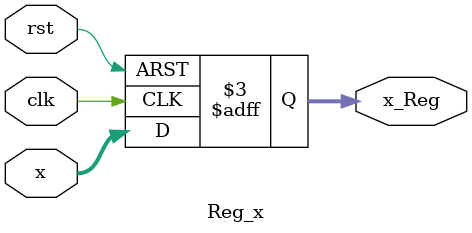
<source format=v>
module Reg_x(x_Reg,clk,rst,x);
output reg [4:0] x_Reg;
input clk,rst;
input [4:0] x;

always @ (posedge clk or negedge rst)
	begin
		if (!rst ) 
			x_Reg<=0; 
		else  
			x_Reg<=x; 
	end
endmodule

</source>
